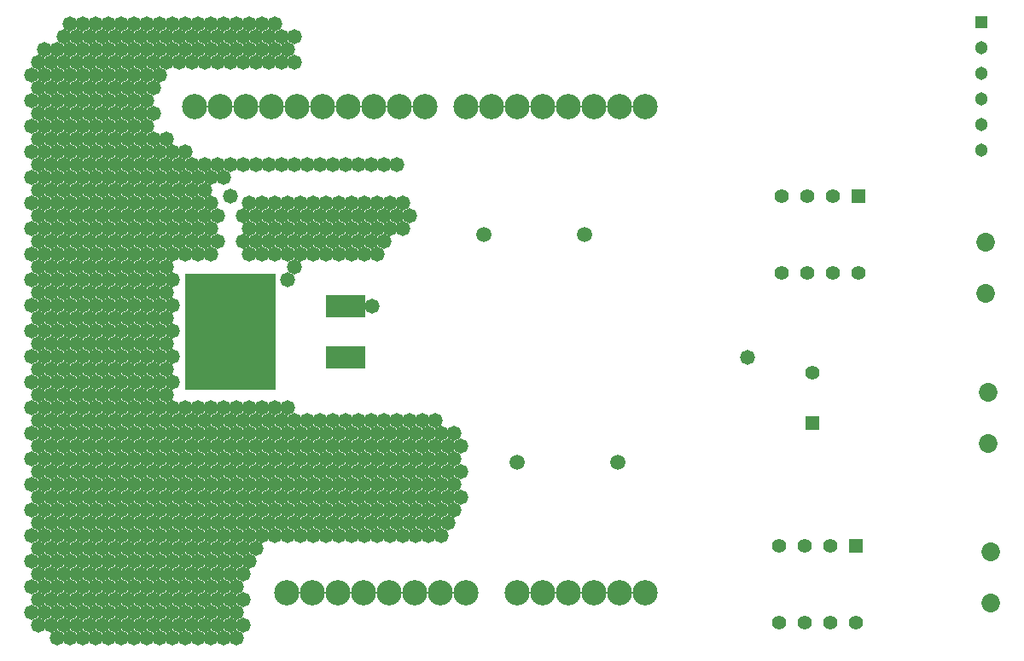
<source format=gbr>
G04*
G04 #@! TF.GenerationSoftware,Altium Limited,Altium Designer,24.10.1 (45)*
G04*
G04 Layer_Color=8388736*
%FSLAX44Y44*%
%MOMM*%
G71*
G04*
G04 #@! TF.SameCoordinates,6965692F-E9A8-49B1-8EC0-743354621B2D*
G04*
G04*
G04 #@! TF.FilePolarity,Negative*
G04*
G01*
G75*
%ADD20R,4.0132X2.2832*%
%ADD21R,9.0932X11.6332*%
%ADD22C,1.5032*%
%ADD23C,2.5032*%
%ADD24R,1.3032X1.3032*%
%ADD25C,1.3032*%
%ADD26C,1.8532*%
%ADD27R,1.4032X1.4032*%
%ADD28C,1.4032*%
%ADD29C,1.4732*%
D20*
X933450Y798830D02*
D03*
Y748030D02*
D03*
D21*
X819150Y773430D02*
D03*
D22*
X1170610Y869950D02*
D03*
X1070610D02*
D03*
X1103630Y643890D02*
D03*
X1203630D02*
D03*
D23*
X1052830Y996950D02*
D03*
X1078230D02*
D03*
X1103630D02*
D03*
X1129030D02*
D03*
X1154430D02*
D03*
X1179830D02*
D03*
X1205230D02*
D03*
X1230630D02*
D03*
X783590D02*
D03*
X808990D02*
D03*
X834390D02*
D03*
X859790D02*
D03*
X885190D02*
D03*
X910590D02*
D03*
X935990D02*
D03*
X961390D02*
D03*
X986790D02*
D03*
X1012190D02*
D03*
X1230630Y514350D02*
D03*
X1205230D02*
D03*
X1179830D02*
D03*
X1154430D02*
D03*
X1129030D02*
D03*
X1103630D02*
D03*
X1052830D02*
D03*
X1027430D02*
D03*
X1002030D02*
D03*
X976630D02*
D03*
X951230D02*
D03*
X925830D02*
D03*
X900430D02*
D03*
X875030D02*
D03*
D24*
X1564640Y1080770D02*
D03*
D25*
Y1055370D02*
D03*
Y1029970D02*
D03*
Y1004570D02*
D03*
Y979170D02*
D03*
Y953770D02*
D03*
D26*
X1570990Y662940D02*
D03*
Y713740D02*
D03*
X1568450Y811530D02*
D03*
Y862330D02*
D03*
X1573530Y504190D02*
D03*
Y554990D02*
D03*
D27*
X1397000Y683260D02*
D03*
X1442720Y908050D02*
D03*
X1440180Y561340D02*
D03*
D28*
X1397000Y733260D02*
D03*
X1442720Y831850D02*
D03*
X1417320D02*
D03*
X1391920D02*
D03*
X1366520D02*
D03*
Y908050D02*
D03*
X1391920D02*
D03*
X1417320D02*
D03*
X1440180Y485140D02*
D03*
X1414780D02*
D03*
X1389380D02*
D03*
X1363980D02*
D03*
Y561340D02*
D03*
X1389380D02*
D03*
X1414780D02*
D03*
D29*
X1041400Y673100D02*
D03*
X1047750Y660400D02*
D03*
X1041400Y647700D02*
D03*
X1047750Y635000D02*
D03*
X1041400Y622300D02*
D03*
X1047750Y609600D02*
D03*
X1041400Y596900D02*
D03*
X1028700Y673100D02*
D03*
X1035050Y660400D02*
D03*
X1028700Y647700D02*
D03*
X1035050Y635000D02*
D03*
X1028700Y622300D02*
D03*
X1035050Y609600D02*
D03*
X1028700Y596900D02*
D03*
X1035050Y584200D02*
D03*
X1028700Y571500D02*
D03*
X1022350Y685800D02*
D03*
X1016000Y673100D02*
D03*
X1022350Y660400D02*
D03*
X1016000Y647700D02*
D03*
X1022350Y635000D02*
D03*
X1016000Y622300D02*
D03*
X1022350Y609600D02*
D03*
X1016000Y596900D02*
D03*
X1022350Y584200D02*
D03*
X1016000Y571500D02*
D03*
X1009650Y685800D02*
D03*
X1003300Y673100D02*
D03*
X1009650Y660400D02*
D03*
X1003300Y647700D02*
D03*
X1009650Y635000D02*
D03*
X1003300Y622300D02*
D03*
X1009650Y609600D02*
D03*
X1003300Y596900D02*
D03*
X1009650Y584200D02*
D03*
X1003300Y571500D02*
D03*
X990600Y901700D02*
D03*
X996950Y889000D02*
D03*
X990600Y876300D02*
D03*
X996950Y685800D02*
D03*
X990600Y673100D02*
D03*
X996950Y660400D02*
D03*
X990600Y647700D02*
D03*
X996950Y635000D02*
D03*
X990600Y622300D02*
D03*
X996950Y609600D02*
D03*
X990600Y596900D02*
D03*
X996950Y584200D02*
D03*
X990600Y571500D02*
D03*
X984250Y939800D02*
D03*
X977900Y901700D02*
D03*
X984250Y889000D02*
D03*
X977900Y876300D02*
D03*
X984250Y685800D02*
D03*
X977900Y673100D02*
D03*
X984250Y660400D02*
D03*
X977900Y647700D02*
D03*
X984250Y635000D02*
D03*
X977900Y622300D02*
D03*
X984250Y609600D02*
D03*
X977900Y596900D02*
D03*
X984250Y584200D02*
D03*
X977900Y571500D02*
D03*
X971550Y939800D02*
D03*
X965200Y901700D02*
D03*
X971550Y889000D02*
D03*
X965200Y876300D02*
D03*
X971550Y863600D02*
D03*
X965200Y850900D02*
D03*
X971550Y685800D02*
D03*
X965200Y673100D02*
D03*
X971550Y660400D02*
D03*
X965200Y647700D02*
D03*
X971550Y635000D02*
D03*
X965200Y622300D02*
D03*
X971550Y609600D02*
D03*
X965200Y596900D02*
D03*
X971550Y584200D02*
D03*
X965200Y571500D02*
D03*
X958850Y939800D02*
D03*
X952500Y901700D02*
D03*
X958850Y889000D02*
D03*
X952500Y876300D02*
D03*
X958850Y863600D02*
D03*
X952500Y850900D02*
D03*
X958850Y685800D02*
D03*
X952500Y673100D02*
D03*
X958850Y660400D02*
D03*
X952500Y647700D02*
D03*
X958850Y635000D02*
D03*
X952500Y622300D02*
D03*
X958850Y609600D02*
D03*
X952500Y596900D02*
D03*
X958850Y584200D02*
D03*
X952500Y571500D02*
D03*
X946150Y939800D02*
D03*
X939800Y901700D02*
D03*
X946150Y889000D02*
D03*
X939800Y876300D02*
D03*
X946150Y863600D02*
D03*
X939800Y850900D02*
D03*
X946150Y685800D02*
D03*
X939800Y673100D02*
D03*
X946150Y660400D02*
D03*
X939800Y647700D02*
D03*
X946150Y635000D02*
D03*
X939800Y622300D02*
D03*
X946150Y609600D02*
D03*
X939800Y596900D02*
D03*
X946150Y584200D02*
D03*
X939800Y571500D02*
D03*
X933450Y939800D02*
D03*
X927100Y901700D02*
D03*
X933450Y889000D02*
D03*
X927100Y876300D02*
D03*
X933450Y863600D02*
D03*
X927100Y850900D02*
D03*
X933450Y685800D02*
D03*
X927100Y673100D02*
D03*
X933450Y660400D02*
D03*
X927100Y647700D02*
D03*
X933450Y635000D02*
D03*
X927100Y622300D02*
D03*
X933450Y609600D02*
D03*
X927100Y596900D02*
D03*
X933450Y584200D02*
D03*
X927100Y571500D02*
D03*
X920750Y939800D02*
D03*
X914400Y901700D02*
D03*
X920750Y889000D02*
D03*
X914400Y876300D02*
D03*
X920750Y863600D02*
D03*
X914400Y850900D02*
D03*
X920750Y685800D02*
D03*
X914400Y673100D02*
D03*
X920750Y660400D02*
D03*
X914400Y647700D02*
D03*
X920750Y635000D02*
D03*
X914400Y622300D02*
D03*
X920750Y609600D02*
D03*
X914400Y596900D02*
D03*
X920750Y584200D02*
D03*
X914400Y571500D02*
D03*
X908050Y939800D02*
D03*
X901700Y901700D02*
D03*
X908050Y889000D02*
D03*
X901700Y876300D02*
D03*
X908050Y863600D02*
D03*
X901700Y850900D02*
D03*
X908050Y685800D02*
D03*
X901700Y673100D02*
D03*
X908050Y660400D02*
D03*
X901700Y647700D02*
D03*
X908050Y635000D02*
D03*
X901700Y622300D02*
D03*
X908050Y609600D02*
D03*
X901700Y596900D02*
D03*
X908050Y584200D02*
D03*
X901700Y571500D02*
D03*
X895350Y939800D02*
D03*
X889000Y901700D02*
D03*
X895350Y889000D02*
D03*
X889000Y876300D02*
D03*
X895350Y863600D02*
D03*
X889000Y850900D02*
D03*
X895350Y685800D02*
D03*
X889000Y673100D02*
D03*
X895350Y660400D02*
D03*
X889000Y647700D02*
D03*
X895350Y635000D02*
D03*
X889000Y622300D02*
D03*
X895350Y609600D02*
D03*
X889000Y596900D02*
D03*
X895350Y584200D02*
D03*
X889000Y571500D02*
D03*
X882650Y1066800D02*
D03*
X876300Y1054100D02*
D03*
X882650Y1041400D02*
D03*
Y939800D02*
D03*
X876300Y901700D02*
D03*
X882650Y889000D02*
D03*
X876300Y876300D02*
D03*
X882650Y863600D02*
D03*
X876300Y850900D02*
D03*
X882650Y838200D02*
D03*
X876300Y825500D02*
D03*
Y698500D02*
D03*
X882650Y685800D02*
D03*
X876300Y673100D02*
D03*
X882650Y660400D02*
D03*
X876300Y647700D02*
D03*
X882650Y635000D02*
D03*
X876300Y622300D02*
D03*
X882650Y609600D02*
D03*
X876300Y596900D02*
D03*
X882650Y584200D02*
D03*
X876300Y571500D02*
D03*
X863600Y1079500D02*
D03*
X869950Y1066800D02*
D03*
X863600Y1054100D02*
D03*
X869950Y1041400D02*
D03*
Y939800D02*
D03*
X863600Y901700D02*
D03*
X869950Y889000D02*
D03*
X863600Y876300D02*
D03*
X869950Y863600D02*
D03*
X863600Y850900D02*
D03*
Y698500D02*
D03*
X869950Y685800D02*
D03*
X863600Y673100D02*
D03*
X869950Y660400D02*
D03*
X863600Y647700D02*
D03*
X869950Y635000D02*
D03*
X863600Y622300D02*
D03*
X869950Y609600D02*
D03*
X863600Y596900D02*
D03*
X869950Y584200D02*
D03*
X863600Y571500D02*
D03*
X850900Y1079500D02*
D03*
X857250Y1066800D02*
D03*
X850900Y1054100D02*
D03*
X857250Y1041400D02*
D03*
Y939800D02*
D03*
X850900Y901700D02*
D03*
X857250Y889000D02*
D03*
X850900Y876300D02*
D03*
X857250Y863600D02*
D03*
X850900Y850900D02*
D03*
Y698500D02*
D03*
X857250Y685800D02*
D03*
X850900Y673100D02*
D03*
X857250Y660400D02*
D03*
X850900Y647700D02*
D03*
X857250Y635000D02*
D03*
X850900Y622300D02*
D03*
X857250Y609600D02*
D03*
X850900Y596900D02*
D03*
X857250Y584200D02*
D03*
X850900Y571500D02*
D03*
X838200Y1079500D02*
D03*
X844550Y1066800D02*
D03*
X838200Y1054100D02*
D03*
X844550Y1041400D02*
D03*
Y939800D02*
D03*
X838200Y901700D02*
D03*
X844550Y889000D02*
D03*
X838200Y876300D02*
D03*
X844550Y863600D02*
D03*
X838200Y850900D02*
D03*
Y698500D02*
D03*
X844550Y685800D02*
D03*
X838200Y673100D02*
D03*
X844550Y660400D02*
D03*
X838200Y647700D02*
D03*
X844550Y635000D02*
D03*
X838200Y622300D02*
D03*
X844550Y609600D02*
D03*
X838200Y596900D02*
D03*
X844550Y584200D02*
D03*
X838200Y571500D02*
D03*
X844550Y558800D02*
D03*
X838200Y546100D02*
D03*
X825500Y1079500D02*
D03*
X831850Y1066800D02*
D03*
X825500Y1054100D02*
D03*
X831850Y1041400D02*
D03*
Y939800D02*
D03*
Y889000D02*
D03*
Y863600D02*
D03*
X825500Y698500D02*
D03*
X831850Y685800D02*
D03*
X825500Y673100D02*
D03*
X831850Y660400D02*
D03*
X825500Y647700D02*
D03*
X831850Y635000D02*
D03*
X825500Y622300D02*
D03*
X831850Y609600D02*
D03*
X825500Y596900D02*
D03*
X831850Y584200D02*
D03*
X825500Y571500D02*
D03*
X831850Y558800D02*
D03*
X825500Y546100D02*
D03*
X831850Y533400D02*
D03*
X825500Y520700D02*
D03*
X831850Y508000D02*
D03*
X825500Y495300D02*
D03*
X831850Y482600D02*
D03*
X825500Y469900D02*
D03*
X812800Y1079500D02*
D03*
X819150Y1066800D02*
D03*
X812800Y1054100D02*
D03*
X819150Y1041400D02*
D03*
Y939800D02*
D03*
X812800Y927100D02*
D03*
Y698500D02*
D03*
X819150Y685800D02*
D03*
X812800Y673100D02*
D03*
X819150Y660400D02*
D03*
X812800Y647700D02*
D03*
X819150Y635000D02*
D03*
X812800Y622300D02*
D03*
X819150Y609600D02*
D03*
X812800Y596900D02*
D03*
X819150Y584200D02*
D03*
X812800Y571500D02*
D03*
X819150Y558800D02*
D03*
X812800Y546100D02*
D03*
X819150Y533400D02*
D03*
X812800Y520700D02*
D03*
X819150Y508000D02*
D03*
X812800Y495300D02*
D03*
X819150Y482600D02*
D03*
X812800Y469900D02*
D03*
X800100Y1079500D02*
D03*
X806450Y1066800D02*
D03*
X800100Y1054100D02*
D03*
X806450Y1041400D02*
D03*
Y939800D02*
D03*
X800100Y927100D02*
D03*
Y901700D02*
D03*
X806450Y889000D02*
D03*
X800100Y876300D02*
D03*
X806450Y863600D02*
D03*
X800100Y850900D02*
D03*
Y698500D02*
D03*
X806450Y685800D02*
D03*
X800100Y673100D02*
D03*
X806450Y660400D02*
D03*
X800100Y647700D02*
D03*
X806450Y635000D02*
D03*
X800100Y622300D02*
D03*
X806450Y609600D02*
D03*
X800100Y596900D02*
D03*
X806450Y584200D02*
D03*
X800100Y571500D02*
D03*
X806450Y558800D02*
D03*
X800100Y546100D02*
D03*
X806450Y533400D02*
D03*
X800100Y520700D02*
D03*
X806450Y508000D02*
D03*
X800100Y495300D02*
D03*
X806450Y482600D02*
D03*
X800100Y469900D02*
D03*
X787400Y1079500D02*
D03*
X793750Y1066800D02*
D03*
X787400Y1054100D02*
D03*
X793750Y1041400D02*
D03*
Y939800D02*
D03*
X787400Y927100D02*
D03*
X793750Y914400D02*
D03*
X787400Y901700D02*
D03*
X793750Y889000D02*
D03*
X787400Y876300D02*
D03*
X793750Y863600D02*
D03*
X787400Y850900D02*
D03*
Y698500D02*
D03*
X793750Y685800D02*
D03*
X787400Y673100D02*
D03*
X793750Y660400D02*
D03*
X787400Y647700D02*
D03*
X793750Y635000D02*
D03*
X787400Y622300D02*
D03*
X793750Y609600D02*
D03*
X787400Y596900D02*
D03*
X793750Y584200D02*
D03*
X787400Y571500D02*
D03*
X793750Y558800D02*
D03*
X787400Y546100D02*
D03*
X793750Y533400D02*
D03*
X787400Y520700D02*
D03*
X793750Y508000D02*
D03*
X787400Y495300D02*
D03*
X793750Y482600D02*
D03*
X787400Y469900D02*
D03*
X774700Y1079500D02*
D03*
X781050Y1066800D02*
D03*
X774700Y1054100D02*
D03*
X781050Y1041400D02*
D03*
X774700Y952500D02*
D03*
X781050Y939800D02*
D03*
X774700Y927100D02*
D03*
X781050Y914400D02*
D03*
X774700Y901700D02*
D03*
X781050Y889000D02*
D03*
X774700Y876300D02*
D03*
X781050Y863600D02*
D03*
X774700Y850900D02*
D03*
Y698500D02*
D03*
X781050Y685800D02*
D03*
X774700Y673100D02*
D03*
X781050Y660400D02*
D03*
X774700Y647700D02*
D03*
X781050Y635000D02*
D03*
X774700Y622300D02*
D03*
X781050Y609600D02*
D03*
X774700Y596900D02*
D03*
X781050Y584200D02*
D03*
X774700Y571500D02*
D03*
X781050Y558800D02*
D03*
X774700Y546100D02*
D03*
X781050Y533400D02*
D03*
X774700Y520700D02*
D03*
X781050Y508000D02*
D03*
X774700Y495300D02*
D03*
X781050Y482600D02*
D03*
X774700Y469900D02*
D03*
X762000Y1079500D02*
D03*
X768350Y1066800D02*
D03*
X762000Y1054100D02*
D03*
X768350Y1041400D02*
D03*
X762000Y952500D02*
D03*
X768350Y939800D02*
D03*
X762000Y927100D02*
D03*
X768350Y914400D02*
D03*
X762000Y901700D02*
D03*
X768350Y889000D02*
D03*
X762000Y876300D02*
D03*
X768350Y863600D02*
D03*
X762000Y850900D02*
D03*
Y825500D02*
D03*
Y800100D02*
D03*
Y774700D02*
D03*
Y749300D02*
D03*
Y723900D02*
D03*
Y698500D02*
D03*
X768350Y685800D02*
D03*
X762000Y673100D02*
D03*
X768350Y660400D02*
D03*
X762000Y647700D02*
D03*
X768350Y635000D02*
D03*
X762000Y622300D02*
D03*
X768350Y609600D02*
D03*
X762000Y596900D02*
D03*
X768350Y584200D02*
D03*
X762000Y571500D02*
D03*
X768350Y558800D02*
D03*
X762000Y546100D02*
D03*
X768350Y533400D02*
D03*
X762000Y520700D02*
D03*
X768350Y508000D02*
D03*
X762000Y495300D02*
D03*
X768350Y482600D02*
D03*
X762000Y469900D02*
D03*
X749300Y1079500D02*
D03*
X755650Y1066800D02*
D03*
X749300Y1054100D02*
D03*
X755650Y1041400D02*
D03*
X749300Y1028700D02*
D03*
X755650Y965200D02*
D03*
X749300Y952500D02*
D03*
X755650Y939800D02*
D03*
X749300Y927100D02*
D03*
X755650Y914400D02*
D03*
X749300Y901700D02*
D03*
X755650Y889000D02*
D03*
X749300Y876300D02*
D03*
X755650Y863600D02*
D03*
X749300Y850900D02*
D03*
X755650Y838200D02*
D03*
X749300Y825500D02*
D03*
X755650Y812800D02*
D03*
X749300Y800100D02*
D03*
X755650Y787400D02*
D03*
X749300Y774700D02*
D03*
X755650Y762000D02*
D03*
X749300Y749300D02*
D03*
X755650Y736600D02*
D03*
X749300Y723900D02*
D03*
X755650Y711200D02*
D03*
X749300Y698500D02*
D03*
X755650Y685800D02*
D03*
X749300Y673100D02*
D03*
X755650Y660400D02*
D03*
X749300Y647700D02*
D03*
X755650Y635000D02*
D03*
X749300Y622300D02*
D03*
X755650Y609600D02*
D03*
X749300Y596900D02*
D03*
X755650Y584200D02*
D03*
X749300Y571500D02*
D03*
X755650Y558800D02*
D03*
X749300Y546100D02*
D03*
X755650Y533400D02*
D03*
X749300Y520700D02*
D03*
X755650Y508000D02*
D03*
X749300Y495300D02*
D03*
X755650Y482600D02*
D03*
X749300Y469900D02*
D03*
X736600Y1079500D02*
D03*
X742950Y1066800D02*
D03*
X736600Y1054100D02*
D03*
X742950Y1041400D02*
D03*
X736600Y1028700D02*
D03*
X742950Y1016000D02*
D03*
X736600Y1003300D02*
D03*
X742950Y990600D02*
D03*
X736600Y977900D02*
D03*
X742950Y965200D02*
D03*
X736600Y952500D02*
D03*
X742950Y939800D02*
D03*
X736600Y927100D02*
D03*
X742950Y914400D02*
D03*
X736600Y901700D02*
D03*
X742950Y889000D02*
D03*
X736600Y876300D02*
D03*
X742950Y863600D02*
D03*
X736600Y850900D02*
D03*
X742950Y838200D02*
D03*
X736600Y825500D02*
D03*
X742950Y812800D02*
D03*
X736600Y800100D02*
D03*
X742950Y787400D02*
D03*
X736600Y774700D02*
D03*
X742950Y762000D02*
D03*
X736600Y749300D02*
D03*
X742950Y736600D02*
D03*
X736600Y723900D02*
D03*
X742950Y711200D02*
D03*
X736600Y698500D02*
D03*
X742950Y685800D02*
D03*
X736600Y673100D02*
D03*
X742950Y660400D02*
D03*
X736600Y647700D02*
D03*
X742950Y635000D02*
D03*
X736600Y622300D02*
D03*
X742950Y609600D02*
D03*
X736600Y596900D02*
D03*
X742950Y584200D02*
D03*
X736600Y571500D02*
D03*
X742950Y558800D02*
D03*
X736600Y546100D02*
D03*
X742950Y533400D02*
D03*
X736600Y520700D02*
D03*
X742950Y508000D02*
D03*
X736600Y495300D02*
D03*
X742950Y482600D02*
D03*
X736600Y469900D02*
D03*
X723900Y1079500D02*
D03*
X730250Y1066800D02*
D03*
X723900Y1054100D02*
D03*
X730250Y1041400D02*
D03*
X723900Y1028700D02*
D03*
X730250Y1016000D02*
D03*
X723900Y1003300D02*
D03*
X730250Y990600D02*
D03*
X723900Y977900D02*
D03*
X730250Y965200D02*
D03*
X723900Y952500D02*
D03*
X730250Y939800D02*
D03*
X723900Y927100D02*
D03*
X730250Y914400D02*
D03*
X723900Y901700D02*
D03*
X730250Y889000D02*
D03*
X723900Y876300D02*
D03*
X730250Y863600D02*
D03*
X723900Y850900D02*
D03*
X730250Y838200D02*
D03*
X723900Y825500D02*
D03*
X730250Y812800D02*
D03*
X723900Y800100D02*
D03*
X730250Y787400D02*
D03*
X723900Y774700D02*
D03*
X730250Y762000D02*
D03*
X723900Y749300D02*
D03*
X730250Y736600D02*
D03*
X723900Y723900D02*
D03*
X730250Y711200D02*
D03*
X723900Y698500D02*
D03*
X730250Y685800D02*
D03*
X723900Y673100D02*
D03*
X730250Y660400D02*
D03*
X723900Y647700D02*
D03*
X730250Y635000D02*
D03*
X723900Y622300D02*
D03*
X730250Y609600D02*
D03*
X723900Y596900D02*
D03*
X730250Y584200D02*
D03*
X723900Y571500D02*
D03*
X730250Y558800D02*
D03*
X723900Y546100D02*
D03*
X730250Y533400D02*
D03*
X723900Y520700D02*
D03*
X730250Y508000D02*
D03*
X723900Y495300D02*
D03*
X730250Y482600D02*
D03*
X723900Y469900D02*
D03*
X711200Y1079500D02*
D03*
X717550Y1066800D02*
D03*
X711200Y1054100D02*
D03*
X717550Y1041400D02*
D03*
X711200Y1028700D02*
D03*
X717550Y1016000D02*
D03*
X711200Y1003300D02*
D03*
X717550Y990600D02*
D03*
X711200Y977900D02*
D03*
X717550Y965200D02*
D03*
X711200Y952500D02*
D03*
X717550Y939800D02*
D03*
X711200Y927100D02*
D03*
X717550Y914400D02*
D03*
X711200Y901700D02*
D03*
X717550Y889000D02*
D03*
X711200Y876300D02*
D03*
X717550Y863600D02*
D03*
X711200Y850900D02*
D03*
X717550Y838200D02*
D03*
X711200Y825500D02*
D03*
X717550Y812800D02*
D03*
X711200Y800100D02*
D03*
X717550Y787400D02*
D03*
X711200Y774700D02*
D03*
X717550Y762000D02*
D03*
X711200Y749300D02*
D03*
X717550Y736600D02*
D03*
X711200Y723900D02*
D03*
X717550Y711200D02*
D03*
X711200Y698500D02*
D03*
X717550Y685800D02*
D03*
X711200Y673100D02*
D03*
X717550Y660400D02*
D03*
X711200Y647700D02*
D03*
X717550Y635000D02*
D03*
X711200Y622300D02*
D03*
X717550Y609600D02*
D03*
X711200Y596900D02*
D03*
X717550Y584200D02*
D03*
X711200Y571500D02*
D03*
X717550Y558800D02*
D03*
X711200Y546100D02*
D03*
X717550Y533400D02*
D03*
X711200Y520700D02*
D03*
X717550Y508000D02*
D03*
X711200Y495300D02*
D03*
X717550Y482600D02*
D03*
X711200Y469900D02*
D03*
X698500Y1079500D02*
D03*
X704850Y1066800D02*
D03*
X698500Y1054100D02*
D03*
X704850Y1041400D02*
D03*
X698500Y1028700D02*
D03*
X704850Y1016000D02*
D03*
X698500Y1003300D02*
D03*
X704850Y990600D02*
D03*
X698500Y977900D02*
D03*
X704850Y965200D02*
D03*
X698500Y952500D02*
D03*
X704850Y939800D02*
D03*
X698500Y927100D02*
D03*
X704850Y914400D02*
D03*
X698500Y901700D02*
D03*
X704850Y889000D02*
D03*
X698500Y876300D02*
D03*
X704850Y863600D02*
D03*
X698500Y850900D02*
D03*
X704850Y838200D02*
D03*
X698500Y825500D02*
D03*
X704850Y812800D02*
D03*
X698500Y800100D02*
D03*
X704850Y787400D02*
D03*
X698500Y774700D02*
D03*
X704850Y762000D02*
D03*
X698500Y749300D02*
D03*
X704850Y736600D02*
D03*
X698500Y723900D02*
D03*
X704850Y711200D02*
D03*
X698500Y698500D02*
D03*
X704850Y685800D02*
D03*
X698500Y673100D02*
D03*
X704850Y660400D02*
D03*
X698500Y647700D02*
D03*
X704850Y635000D02*
D03*
X698500Y622300D02*
D03*
X704850Y609600D02*
D03*
X698500Y596900D02*
D03*
X704850Y584200D02*
D03*
X698500Y571500D02*
D03*
X704850Y558800D02*
D03*
X698500Y546100D02*
D03*
X704850Y533400D02*
D03*
X698500Y520700D02*
D03*
X704850Y508000D02*
D03*
X698500Y495300D02*
D03*
X704850Y482600D02*
D03*
X698500Y469900D02*
D03*
X685800Y1079500D02*
D03*
X692150Y1066800D02*
D03*
X685800Y1054100D02*
D03*
X692150Y1041400D02*
D03*
X685800Y1028700D02*
D03*
X692150Y1016000D02*
D03*
X685800Y1003300D02*
D03*
X692150Y990600D02*
D03*
X685800Y977900D02*
D03*
X692150Y965200D02*
D03*
X685800Y952500D02*
D03*
X692150Y939800D02*
D03*
X685800Y927100D02*
D03*
X692150Y914400D02*
D03*
X685800Y901700D02*
D03*
X692150Y889000D02*
D03*
X685800Y876300D02*
D03*
X692150Y863600D02*
D03*
X685800Y850900D02*
D03*
X692150Y838200D02*
D03*
X685800Y825500D02*
D03*
X692150Y812800D02*
D03*
X685800Y800100D02*
D03*
X692150Y787400D02*
D03*
X685800Y774700D02*
D03*
X692150Y762000D02*
D03*
X685800Y749300D02*
D03*
X692150Y736600D02*
D03*
X685800Y723900D02*
D03*
X692150Y711200D02*
D03*
X685800Y698500D02*
D03*
X692150Y685800D02*
D03*
X685800Y673100D02*
D03*
X692150Y660400D02*
D03*
X685800Y647700D02*
D03*
X692150Y635000D02*
D03*
X685800Y622300D02*
D03*
X692150Y609600D02*
D03*
X685800Y596900D02*
D03*
X692150Y584200D02*
D03*
X685800Y571500D02*
D03*
X692150Y558800D02*
D03*
X685800Y546100D02*
D03*
X692150Y533400D02*
D03*
X685800Y520700D02*
D03*
X692150Y508000D02*
D03*
X685800Y495300D02*
D03*
X692150Y482600D02*
D03*
X685800Y469900D02*
D03*
X673100Y1079500D02*
D03*
X679450Y1066800D02*
D03*
X673100Y1054100D02*
D03*
X679450Y1041400D02*
D03*
X673100Y1028700D02*
D03*
X679450Y1016000D02*
D03*
X673100Y1003300D02*
D03*
X679450Y990600D02*
D03*
X673100Y977900D02*
D03*
X679450Y965200D02*
D03*
X673100Y952500D02*
D03*
X679450Y939800D02*
D03*
X673100Y927100D02*
D03*
X679450Y914400D02*
D03*
X673100Y901700D02*
D03*
X679450Y889000D02*
D03*
X673100Y876300D02*
D03*
X679450Y863600D02*
D03*
X673100Y850900D02*
D03*
X679450Y838200D02*
D03*
X673100Y825500D02*
D03*
X679450Y812800D02*
D03*
X673100Y800100D02*
D03*
X679450Y787400D02*
D03*
X673100Y774700D02*
D03*
X679450Y762000D02*
D03*
X673100Y749300D02*
D03*
X679450Y736600D02*
D03*
X673100Y723900D02*
D03*
X679450Y711200D02*
D03*
X673100Y698500D02*
D03*
X679450Y685800D02*
D03*
X673100Y673100D02*
D03*
X679450Y660400D02*
D03*
X673100Y647700D02*
D03*
X679450Y635000D02*
D03*
X673100Y622300D02*
D03*
X679450Y609600D02*
D03*
X673100Y596900D02*
D03*
X679450Y584200D02*
D03*
X673100Y571500D02*
D03*
X679450Y558800D02*
D03*
X673100Y546100D02*
D03*
X679450Y533400D02*
D03*
X673100Y520700D02*
D03*
X679450Y508000D02*
D03*
X673100Y495300D02*
D03*
X679450Y482600D02*
D03*
X673100Y469900D02*
D03*
X660400Y1079500D02*
D03*
X666750Y1066800D02*
D03*
X660400Y1054100D02*
D03*
X666750Y1041400D02*
D03*
X660400Y1028700D02*
D03*
X666750Y1016000D02*
D03*
X660400Y1003300D02*
D03*
X666750Y990600D02*
D03*
X660400Y977900D02*
D03*
X666750Y965200D02*
D03*
X660400Y952500D02*
D03*
X666750Y939800D02*
D03*
X660400Y927100D02*
D03*
X666750Y914400D02*
D03*
X660400Y901700D02*
D03*
X666750Y889000D02*
D03*
X660400Y876300D02*
D03*
X666750Y863600D02*
D03*
X660400Y850900D02*
D03*
X666750Y838200D02*
D03*
X660400Y825500D02*
D03*
X666750Y812800D02*
D03*
X660400Y800100D02*
D03*
X666750Y787400D02*
D03*
X660400Y774700D02*
D03*
X666750Y762000D02*
D03*
X660400Y749300D02*
D03*
X666750Y736600D02*
D03*
X660400Y723900D02*
D03*
X666750Y711200D02*
D03*
X660400Y698500D02*
D03*
X666750Y685800D02*
D03*
X660400Y673100D02*
D03*
X666750Y660400D02*
D03*
X660400Y647700D02*
D03*
X666750Y635000D02*
D03*
X660400Y622300D02*
D03*
X666750Y609600D02*
D03*
X660400Y596900D02*
D03*
X666750Y584200D02*
D03*
X660400Y571500D02*
D03*
X666750Y558800D02*
D03*
X660400Y546100D02*
D03*
X666750Y533400D02*
D03*
X660400Y520700D02*
D03*
X666750Y508000D02*
D03*
X660400Y495300D02*
D03*
X666750Y482600D02*
D03*
X660400Y469900D02*
D03*
X654050Y1066800D02*
D03*
X647700Y1054100D02*
D03*
X654050Y1041400D02*
D03*
X647700Y1028700D02*
D03*
X654050Y1016000D02*
D03*
X647700Y1003300D02*
D03*
X654050Y990600D02*
D03*
X647700Y977900D02*
D03*
X654050Y965200D02*
D03*
X647700Y952500D02*
D03*
X654050Y939800D02*
D03*
X647700Y927100D02*
D03*
X654050Y914400D02*
D03*
X647700Y901700D02*
D03*
X654050Y889000D02*
D03*
X647700Y876300D02*
D03*
X654050Y863600D02*
D03*
X647700Y850900D02*
D03*
X654050Y838200D02*
D03*
X647700Y825500D02*
D03*
X654050Y812800D02*
D03*
X647700Y800100D02*
D03*
X654050Y787400D02*
D03*
X647700Y774700D02*
D03*
X654050Y762000D02*
D03*
X647700Y749300D02*
D03*
X654050Y736600D02*
D03*
X647700Y723900D02*
D03*
X654050Y711200D02*
D03*
X647700Y698500D02*
D03*
X654050Y685800D02*
D03*
X647700Y673100D02*
D03*
X654050Y660400D02*
D03*
X647700Y647700D02*
D03*
X654050Y635000D02*
D03*
X647700Y622300D02*
D03*
X654050Y609600D02*
D03*
X647700Y596900D02*
D03*
X654050Y584200D02*
D03*
X647700Y571500D02*
D03*
X654050Y558800D02*
D03*
X647700Y546100D02*
D03*
X654050Y533400D02*
D03*
X647700Y520700D02*
D03*
X654050Y508000D02*
D03*
X647700Y495300D02*
D03*
X654050Y482600D02*
D03*
X647700Y469900D02*
D03*
X635000Y1054100D02*
D03*
X641350Y1041400D02*
D03*
X635000Y1028700D02*
D03*
X641350Y1016000D02*
D03*
X635000Y1003300D02*
D03*
X641350Y990600D02*
D03*
X635000Y977900D02*
D03*
X641350Y965200D02*
D03*
X635000Y952500D02*
D03*
X641350Y939800D02*
D03*
X635000Y927100D02*
D03*
X641350Y914400D02*
D03*
X635000Y901700D02*
D03*
X641350Y889000D02*
D03*
X635000Y876300D02*
D03*
X641350Y863600D02*
D03*
X635000Y850900D02*
D03*
X641350Y838200D02*
D03*
X635000Y825500D02*
D03*
X641350Y812800D02*
D03*
X635000Y800100D02*
D03*
X641350Y787400D02*
D03*
X635000Y774700D02*
D03*
X641350Y762000D02*
D03*
X635000Y749300D02*
D03*
X641350Y736600D02*
D03*
X635000Y723900D02*
D03*
X641350Y711200D02*
D03*
X635000Y698500D02*
D03*
X641350Y685800D02*
D03*
X635000Y673100D02*
D03*
X641350Y660400D02*
D03*
X635000Y647700D02*
D03*
X641350Y635000D02*
D03*
X635000Y622300D02*
D03*
X641350Y609600D02*
D03*
X635000Y596900D02*
D03*
X641350Y584200D02*
D03*
X635000Y571500D02*
D03*
X641350Y558800D02*
D03*
X635000Y546100D02*
D03*
X641350Y533400D02*
D03*
X635000Y520700D02*
D03*
X641350Y508000D02*
D03*
X635000Y495300D02*
D03*
X641350Y482600D02*
D03*
X628650Y1041400D02*
D03*
X622300Y1028700D02*
D03*
X628650Y1016000D02*
D03*
X622300Y1003300D02*
D03*
X628650Y990600D02*
D03*
X622300Y977900D02*
D03*
X628650Y965200D02*
D03*
X622300Y952500D02*
D03*
X628650Y939800D02*
D03*
X622300Y927100D02*
D03*
X628650Y914400D02*
D03*
X622300Y901700D02*
D03*
X628650Y889000D02*
D03*
X622300Y876300D02*
D03*
X628650Y863600D02*
D03*
X622300Y850900D02*
D03*
X628650Y838200D02*
D03*
X622300Y825500D02*
D03*
X628650Y812800D02*
D03*
X622300Y800100D02*
D03*
X628650Y787400D02*
D03*
X622300Y774700D02*
D03*
X628650Y762000D02*
D03*
X622300Y749300D02*
D03*
X628650Y736600D02*
D03*
X622300Y723900D02*
D03*
X628650Y711200D02*
D03*
X622300Y698500D02*
D03*
X628650Y685800D02*
D03*
X622300Y673100D02*
D03*
X628650Y660400D02*
D03*
X622300Y647700D02*
D03*
X628650Y635000D02*
D03*
X622300Y622300D02*
D03*
X628650Y609600D02*
D03*
X622300Y596900D02*
D03*
X628650Y584200D02*
D03*
X622300Y571500D02*
D03*
X628650Y558800D02*
D03*
X622300Y546100D02*
D03*
X628650Y533400D02*
D03*
X622300Y520700D02*
D03*
X628650Y508000D02*
D03*
X622300Y495300D02*
D03*
X628650Y482600D02*
D03*
X1332230Y748030D02*
D03*
X819150Y908050D02*
D03*
X960120Y798830D02*
D03*
M02*

</source>
